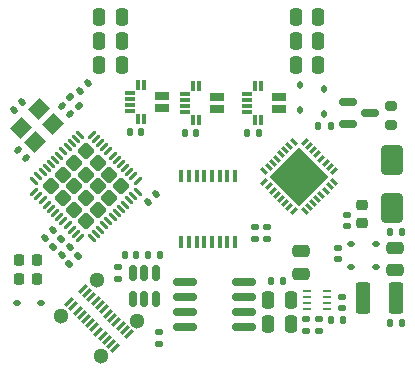
<source format=gbr>
%TF.GenerationSoftware,KiCad,Pcbnew,7.0.8*%
%TF.CreationDate,2023-10-18T19:25:08-04:00*%
%TF.ProjectId,lemon-pepper,6c656d6f-6e2d-4706-9570-7065722e6b69,rev?*%
%TF.SameCoordinates,Original*%
%TF.FileFunction,Paste,Top*%
%TF.FilePolarity,Positive*%
%FSLAX46Y46*%
G04 Gerber Fmt 4.6, Leading zero omitted, Abs format (unit mm)*
G04 Created by KiCad (PCBNEW 7.0.8) date 2023-10-18 19:25:08*
%MOMM*%
%LPD*%
G01*
G04 APERTURE LIST*
G04 Aperture macros list*
%AMRoundRect*
0 Rectangle with rounded corners*
0 $1 Rounding radius*
0 $2 $3 $4 $5 $6 $7 $8 $9 X,Y pos of 4 corners*
0 Add a 4 corners polygon primitive as box body*
4,1,4,$2,$3,$4,$5,$6,$7,$8,$9,$2,$3,0*
0 Add four circle primitives for the rounded corners*
1,1,$1+$1,$2,$3*
1,1,$1+$1,$4,$5*
1,1,$1+$1,$6,$7*
1,1,$1+$1,$8,$9*
0 Add four rect primitives between the rounded corners*
20,1,$1+$1,$2,$3,$4,$5,0*
20,1,$1+$1,$4,$5,$6,$7,0*
20,1,$1+$1,$6,$7,$8,$9,0*
20,1,$1+$1,$8,$9,$2,$3,0*%
%AMRotRect*
0 Rectangle, with rotation*
0 The origin of the aperture is its center*
0 $1 length*
0 $2 width*
0 $3 Rotation angle, in degrees counterclockwise*
0 Add horizontal line*
21,1,$1,$2,0,0,$3*%
G04 Aperture macros list end*
%ADD10RoundRect,0.250000X-0.250000X-0.475000X0.250000X-0.475000X0.250000X0.475000X-0.250000X0.475000X0*%
%ADD11RoundRect,0.150000X-0.587500X-0.150000X0.587500X-0.150000X0.587500X0.150000X-0.587500X0.150000X0*%
%ADD12RoundRect,0.135000X-0.135000X-0.185000X0.135000X-0.185000X0.135000X0.185000X-0.135000X0.185000X0*%
%ADD13RoundRect,0.112500X-0.112500X0.187500X-0.112500X-0.187500X0.112500X-0.187500X0.112500X0.187500X0*%
%ADD14RoundRect,0.150000X-0.825000X-0.150000X0.825000X-0.150000X0.825000X0.150000X-0.825000X0.150000X0*%
%ADD15RoundRect,0.135000X0.185000X-0.135000X0.185000X0.135000X-0.185000X0.135000X-0.185000X-0.135000X0*%
%ADD16RoundRect,0.135000X-0.035355X0.226274X-0.226274X0.035355X0.035355X-0.226274X0.226274X-0.035355X0*%
%ADD17RoundRect,0.140000X0.021213X-0.219203X0.219203X-0.021213X-0.021213X0.219203X-0.219203X0.021213X0*%
%ADD18RoundRect,0.250000X-0.650000X1.000000X-0.650000X-1.000000X0.650000X-1.000000X0.650000X1.000000X0*%
%ADD19RoundRect,0.250000X0.475000X-0.250000X0.475000X0.250000X-0.475000X0.250000X-0.475000X-0.250000X0*%
%ADD20RoundRect,0.218750X-0.256250X0.218750X-0.256250X-0.218750X0.256250X-0.218750X0.256250X0.218750X0*%
%ADD21RoundRect,0.218750X-0.218750X-0.256250X0.218750X-0.256250X0.218750X0.256250X-0.218750X0.256250X0*%
%ADD22RoundRect,0.250000X-0.375000X-1.075000X0.375000X-1.075000X0.375000X1.075000X-0.375000X1.075000X0*%
%ADD23RoundRect,0.140000X-0.021213X0.219203X-0.219203X0.021213X0.021213X-0.219203X0.219203X-0.021213X0*%
%ADD24RoundRect,0.140000X0.140000X0.170000X-0.140000X0.170000X-0.140000X-0.170000X0.140000X-0.170000X0*%
%ADD25RoundRect,0.150000X-0.150000X0.512500X-0.150000X-0.512500X0.150000X-0.512500X0.150000X0.512500X0*%
%ADD26R,1.270000X0.800000*%
%ADD27R,0.300000X0.850000*%
%ADD28R,0.850000X0.300000*%
%ADD29RoundRect,0.140000X-0.170000X0.140000X-0.170000X-0.140000X0.170000X-0.140000X0.170000X0.140000X0*%
%ADD30RoundRect,0.135000X-0.185000X0.135000X-0.185000X-0.135000X0.185000X-0.135000X0.185000X0.135000X0*%
%ADD31RoundRect,0.135000X0.135000X0.185000X-0.135000X0.185000X-0.135000X-0.185000X0.135000X-0.185000X0*%
%ADD32RoundRect,0.250000X0.250000X0.475000X-0.250000X0.475000X-0.250000X-0.475000X0.250000X-0.475000X0*%
%ADD33RotRect,0.300000X0.850000X315.000000*%
%ADD34C,1.300000*%
%ADD35RoundRect,0.140000X-0.140000X-0.170000X0.140000X-0.170000X0.140000X0.170000X-0.140000X0.170000X0*%
%ADD36RoundRect,0.140000X0.219203X0.021213X0.021213X0.219203X-0.219203X-0.021213X-0.021213X-0.219203X0*%
%ADD37RoundRect,0.112500X0.187500X0.112500X-0.187500X0.112500X-0.187500X-0.112500X0.187500X-0.112500X0*%
%ADD38RotRect,0.660000X0.280000X225.000000*%
%ADD39RotRect,0.280000X0.660000X225.000000*%
%ADD40RotRect,3.500000X3.500000X225.000000*%
%ADD41RoundRect,0.140000X0.170000X-0.140000X0.170000X0.140000X-0.170000X0.140000X-0.170000X-0.140000X0*%
%ADD42R,0.800000X0.250000*%
%ADD43RoundRect,0.250000X-0.445477X0.000000X0.000000X-0.445477X0.445477X0.000000X0.000000X0.445477X0*%
%ADD44RoundRect,0.062500X-0.309359X0.220971X0.220971X-0.309359X0.309359X-0.220971X-0.220971X0.309359X0*%
%ADD45RoundRect,0.062500X-0.309359X-0.220971X-0.220971X-0.309359X0.309359X0.220971X0.220971X0.309359X0*%
%ADD46RotRect,1.400000X1.200000X225.000000*%
%ADD47R,0.450000X1.050000*%
%ADD48RoundRect,0.112500X-0.187500X-0.112500X0.187500X-0.112500X0.187500X0.112500X-0.187500X0.112500X0*%
%ADD49RoundRect,0.135000X0.226274X0.035355X0.035355X0.226274X-0.226274X-0.035355X-0.035355X-0.226274X0*%
%ADD50RoundRect,0.200000X0.275000X-0.200000X0.275000X0.200000X-0.275000X0.200000X-0.275000X-0.200000X0*%
G04 APERTURE END LIST*
D10*
%TO.C,C103*%
X137075000Y-74800000D03*
X138975000Y-74800000D03*
%TD*%
D11*
%TO.C,Q501*%
X158125000Y-77875000D03*
X158125000Y-79775000D03*
X160000000Y-78825000D03*
%TD*%
D12*
%TO.C,R601*%
X161655000Y-88925000D03*
X162675000Y-88925000D03*
%TD*%
D13*
%TO.C,D502*%
X156125000Y-76775000D03*
X156125000Y-78875000D03*
%TD*%
D14*
%TO.C,U302*%
X144375000Y-93115000D03*
X144375000Y-94385000D03*
X144375000Y-95655000D03*
X144375000Y-96925000D03*
X149325000Y-96925000D03*
X149325000Y-95655000D03*
X149325000Y-94385000D03*
X149325000Y-93115000D03*
%TD*%
D13*
%TO.C,D501*%
X154100000Y-76475000D03*
X154100000Y-78575000D03*
%TD*%
D15*
%TO.C,R101*%
X142125000Y-98360000D03*
X142125000Y-97340000D03*
%TD*%
D12*
%TO.C,R103*%
X151605000Y-93075000D03*
X152625000Y-93075000D03*
%TD*%
D16*
%TO.C,R302*%
X135275000Y-90900000D03*
X134553752Y-91621248D03*
%TD*%
D17*
%TO.C,C304*%
X141185938Y-86404360D03*
X141864760Y-85725538D03*
%TD*%
D18*
%TO.C,D101*%
X161900000Y-82850000D03*
X161900000Y-86850000D03*
%TD*%
D19*
%TO.C,C106*%
X154125000Y-92450000D03*
X154125000Y-90550000D03*
%TD*%
D20*
%TO.C,D601*%
X159325000Y-86587500D03*
X159325000Y-88162500D03*
%TD*%
D21*
%TO.C,D301*%
X130275000Y-91275000D03*
X131850000Y-91275000D03*
%TD*%
D22*
%TO.C,L501*%
X159425000Y-94525000D03*
X162225000Y-94525000D03*
%TD*%
D23*
%TO.C,C305*%
X130550000Y-77920000D03*
X129871178Y-78598822D03*
%TD*%
D24*
%TO.C,C701*%
X140600000Y-80475000D03*
X139640000Y-80475000D03*
%TD*%
D17*
%TO.C,C308*%
X135460589Y-76989411D03*
X136139411Y-76310589D03*
%TD*%
D25*
%TO.C,U201*%
X141850000Y-92337500D03*
X140900000Y-92337500D03*
X139950000Y-92337500D03*
X139950000Y-94612500D03*
X140900000Y-94612500D03*
X141850000Y-94612500D03*
%TD*%
D26*
%TO.C,U703*%
X147050000Y-78475000D03*
X147050000Y-77475000D03*
D27*
X145550000Y-76525000D03*
X145050000Y-76525000D03*
D28*
X144350000Y-77225000D03*
X144350000Y-77725000D03*
X144350000Y-78225000D03*
X144350000Y-78725000D03*
D27*
X145050000Y-79425000D03*
X145550000Y-79425000D03*
%TD*%
D23*
%TO.C,C302*%
X134564411Y-90189528D03*
X133885589Y-90868350D03*
%TD*%
D29*
%TO.C,C602*%
X157300000Y-90245000D03*
X157300000Y-91205000D03*
%TD*%
D24*
%TO.C,C401*%
X162680000Y-96650000D03*
X161720000Y-96650000D03*
%TD*%
D21*
%TO.C,D302*%
X130275000Y-92925000D03*
X131850000Y-92925000D03*
%TD*%
D15*
%TO.C,R102*%
X138650000Y-92860000D03*
X138650000Y-91840000D03*
%TD*%
D30*
%TO.C,R105*%
X150225000Y-88515000D03*
X150225000Y-89535000D03*
%TD*%
D19*
%TO.C,C503*%
X162125000Y-92125000D03*
X162125000Y-90225000D03*
%TD*%
D31*
%TO.C,R501*%
X157700000Y-96335000D03*
X156680000Y-96335000D03*
%TD*%
D16*
%TO.C,R301*%
X133860624Y-89464376D03*
X133139376Y-90185624D03*
%TD*%
D24*
%TO.C,C201*%
X140180000Y-90875000D03*
X139220000Y-90875000D03*
%TD*%
D32*
%TO.C,C102*%
X138975000Y-72750000D03*
X137075000Y-72750000D03*
%TD*%
D10*
%TO.C,C101*%
X137075000Y-70725000D03*
X138975000Y-70725000D03*
%TD*%
D33*
%TO.C,J201*%
X135702639Y-93694187D03*
X136056192Y-94047740D03*
X136409746Y-94401294D03*
X136763299Y-94754847D03*
X137116853Y-95108400D03*
X137470406Y-95461954D03*
X137823959Y-95815507D03*
X138177513Y-96169060D03*
X138531066Y-96522614D03*
X138884619Y-96876167D03*
X139238173Y-97229721D03*
X139591726Y-97583274D03*
X138425000Y-98750000D03*
X138071447Y-98396447D03*
X137717893Y-98042893D03*
X137364340Y-97689340D03*
X137010787Y-97335787D03*
X136657233Y-96982233D03*
X136303680Y-96628680D03*
X135950126Y-96275126D03*
X135596573Y-95921573D03*
X135243020Y-95568020D03*
X134889466Y-95214466D03*
X134535913Y-94860913D03*
D34*
X136883507Y-93008293D03*
X133842948Y-96048852D03*
X140277620Y-96402406D03*
X137237061Y-99442965D03*
%TD*%
D24*
%TO.C,C703*%
X145300000Y-80513857D03*
X144340000Y-80513857D03*
%TD*%
D35*
%TO.C,C202*%
X141220000Y-90875000D03*
X142180000Y-90875000D03*
%TD*%
D36*
%TO.C,C301*%
X134589411Y-78914411D03*
X133910589Y-78235589D03*
%TD*%
D30*
%TO.C,R502*%
X155665000Y-96275000D03*
X155665000Y-97295000D03*
%TD*%
D37*
%TO.C,D201*%
X132175000Y-94950000D03*
X130075000Y-94950000D03*
%TD*%
D38*
%TO.C,U601*%
X156941564Y-83758310D03*
X156588011Y-83404756D03*
X156234457Y-83051203D03*
X155880904Y-82697649D03*
X155527351Y-82344096D03*
X155173797Y-81990543D03*
X154820244Y-81636989D03*
X154466690Y-81283436D03*
D39*
X153533310Y-81283436D03*
X153179756Y-81636989D03*
X152826203Y-81990543D03*
X152472649Y-82344096D03*
X152119096Y-82697649D03*
X151765543Y-83051203D03*
X151411989Y-83404756D03*
X151058436Y-83758310D03*
D38*
X151058436Y-84691690D03*
X151411989Y-85045244D03*
X151765543Y-85398797D03*
X152119096Y-85752351D03*
X152472649Y-86105904D03*
X152826203Y-86459457D03*
X153179756Y-86813011D03*
X153533310Y-87166564D03*
D39*
X154466690Y-87166564D03*
X154820244Y-86813011D03*
X155173797Y-86459457D03*
X155527351Y-86105904D03*
X155880904Y-85752351D03*
X156234457Y-85398797D03*
X156588011Y-85045244D03*
X156941564Y-84691690D03*
D40*
X154000000Y-84225000D03*
%TD*%
D41*
%TO.C,C601*%
X158050000Y-88430000D03*
X158050000Y-87470000D03*
%TD*%
D42*
%TO.C,U501*%
X154635000Y-93885000D03*
X154635000Y-94385000D03*
X154635000Y-94885000D03*
X154635000Y-95385000D03*
X156395000Y-95385000D03*
X156395000Y-94885000D03*
X156395000Y-94385000D03*
X156395000Y-93885000D03*
%TD*%
D43*
%TO.C,U301*%
X135950349Y-82070101D03*
X134960400Y-83060050D03*
X133970450Y-84050000D03*
X132980501Y-85039949D03*
X136940298Y-83060050D03*
X135950349Y-84050000D03*
X134960400Y-85039949D03*
X133970450Y-86029898D03*
X137930248Y-84050000D03*
X136940298Y-85039949D03*
X135950349Y-86029898D03*
X134960400Y-87019848D03*
X138920197Y-85039949D03*
X137930248Y-86029898D03*
X136940298Y-87019848D03*
X135950349Y-88009797D03*
D44*
X135464213Y-80664726D03*
X135110660Y-81018279D03*
X134757106Y-81371833D03*
X134403553Y-81725386D03*
X134050000Y-82078939D03*
X133696446Y-82432493D03*
X133342893Y-82786046D03*
X132989339Y-83139600D03*
X132635786Y-83493153D03*
X132282233Y-83846706D03*
X131928679Y-84200260D03*
X131575126Y-84553813D03*
D45*
X131575126Y-85526085D03*
X131928679Y-85879638D03*
X132282233Y-86233192D03*
X132635786Y-86586745D03*
X132989339Y-86940298D03*
X133342893Y-87293852D03*
X133696446Y-87647405D03*
X134050000Y-88000959D03*
X134403553Y-88354512D03*
X134757106Y-88708065D03*
X135110660Y-89061619D03*
X135464213Y-89415172D03*
D44*
X136436485Y-89415172D03*
X136790038Y-89061619D03*
X137143592Y-88708065D03*
X137497145Y-88354512D03*
X137850698Y-88000959D03*
X138204252Y-87647405D03*
X138557805Y-87293852D03*
X138911359Y-86940298D03*
X139264912Y-86586745D03*
X139618465Y-86233192D03*
X139972019Y-85879638D03*
X140325572Y-85526085D03*
D45*
X140325572Y-84553813D03*
X139972019Y-84200260D03*
X139618465Y-83846706D03*
X139264912Y-83493153D03*
X138911359Y-83139600D03*
X138557805Y-82786046D03*
X138204252Y-82432493D03*
X137850698Y-82078939D03*
X137497145Y-81725386D03*
X137143592Y-81371833D03*
X136790038Y-81018279D03*
X136436485Y-80664726D03*
%TD*%
D30*
%TO.C,R503*%
X154590000Y-96275000D03*
X154590000Y-97295000D03*
%TD*%
D10*
%TO.C,C104*%
X153725000Y-70725000D03*
X155625000Y-70725000D03*
%TD*%
D26*
%TO.C,U702*%
X152300000Y-78475000D03*
X152300000Y-77475000D03*
D27*
X150800000Y-76525000D03*
X150300000Y-76525000D03*
D28*
X149600000Y-77225000D03*
X149600000Y-77725000D03*
X149600000Y-78225000D03*
X149600000Y-78725000D03*
D27*
X150300000Y-79425000D03*
X150800000Y-79425000D03*
%TD*%
D24*
%TO.C,C702*%
X150580000Y-80500000D03*
X149620000Y-80500000D03*
%TD*%
D32*
%TO.C,C105*%
X155625000Y-74800000D03*
X153725000Y-74800000D03*
%TD*%
D12*
%TO.C,R505*%
X155640000Y-79975000D03*
X156660000Y-79975000D03*
%TD*%
D23*
%TO.C,C303*%
X133139411Y-88760589D03*
X132460589Y-89439411D03*
%TD*%
D46*
%TO.C,Y301*%
X132000000Y-78520000D03*
X130444365Y-80075635D03*
X131646446Y-81277716D03*
X133202081Y-79722081D03*
%TD*%
D37*
%TO.C,D602*%
X160500000Y-91900000D03*
X158400000Y-91900000D03*
%TD*%
D47*
%TO.C,U401*%
X144025000Y-89750000D03*
X144675000Y-89750000D03*
X145325000Y-89750000D03*
X145975000Y-89750000D03*
X146625000Y-89750000D03*
X147275000Y-89750000D03*
X147925000Y-89750000D03*
X148575000Y-89750000D03*
X148575000Y-84200000D03*
X147925000Y-84200000D03*
X147275000Y-84200000D03*
X146625000Y-84200000D03*
X145975000Y-84200000D03*
X145325000Y-84200000D03*
X144675000Y-84200000D03*
X144025000Y-84200000D03*
%TD*%
D32*
%TO.C,C108*%
X153275000Y-94650000D03*
X151375000Y-94650000D03*
%TD*%
D29*
%TO.C,C502*%
X157665000Y-94380000D03*
X157665000Y-95340000D03*
%TD*%
D48*
%TO.C,D603*%
X158400000Y-89900000D03*
X160500000Y-89900000D03*
%TD*%
D32*
%TO.C,C501*%
X153275000Y-96725000D03*
X151375000Y-96725000D03*
%TD*%
D49*
%TO.C,R306*%
X135360624Y-78235624D03*
X134639376Y-77514376D03*
%TD*%
D15*
%TO.C,R104*%
X151250000Y-89535000D03*
X151250000Y-88515000D03*
%TD*%
D50*
%TO.C,R504*%
X161800000Y-79875000D03*
X161800000Y-78225000D03*
%TD*%
D36*
%TO.C,C306*%
X130839411Y-82664411D03*
X130160589Y-81985589D03*
%TD*%
D32*
%TO.C,C107*%
X155625000Y-72750000D03*
X153725000Y-72750000D03*
%TD*%
D26*
%TO.C,U701*%
X142350000Y-78425000D03*
X142350000Y-77425000D03*
D27*
X140850000Y-76475000D03*
X140350000Y-76475000D03*
D28*
X139650000Y-77175000D03*
X139650000Y-77675000D03*
X139650000Y-78175000D03*
X139650000Y-78675000D03*
D27*
X140350000Y-79375000D03*
X140850000Y-79375000D03*
%TD*%
M02*

</source>
